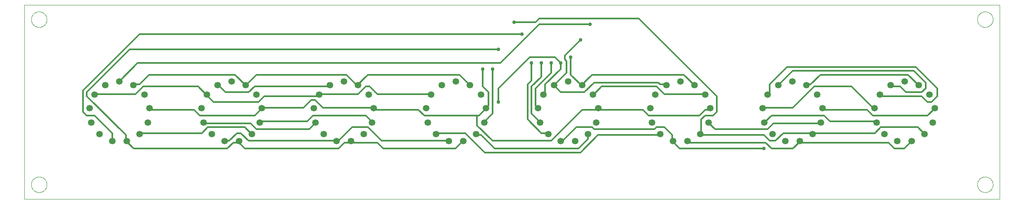
<source format=gtl>
G75*
%MOIN*%
%OFA0B0*%
%FSLAX25Y25*%
%IPPOS*%
%LPD*%
%AMOC8*
5,1,8,0,0,1.08239X$1,22.5*
%
%ADD10C,0.00000*%
%ADD11C,0.05307*%
%ADD12C,0.01181*%
%ADD13C,0.02978*%
D10*
X0001000Y0001000D02*
X0001000Y0158480D01*
X0788402Y0158480D01*
X0788402Y0001000D01*
X0001000Y0001000D01*
X0006512Y0012811D02*
X0006514Y0012969D01*
X0006520Y0013127D01*
X0006530Y0013285D01*
X0006544Y0013443D01*
X0006562Y0013600D01*
X0006583Y0013757D01*
X0006609Y0013913D01*
X0006639Y0014069D01*
X0006672Y0014224D01*
X0006710Y0014377D01*
X0006751Y0014530D01*
X0006796Y0014682D01*
X0006845Y0014833D01*
X0006898Y0014982D01*
X0006954Y0015130D01*
X0007014Y0015276D01*
X0007078Y0015421D01*
X0007146Y0015564D01*
X0007217Y0015706D01*
X0007291Y0015846D01*
X0007369Y0015983D01*
X0007451Y0016119D01*
X0007535Y0016253D01*
X0007624Y0016384D01*
X0007715Y0016513D01*
X0007810Y0016640D01*
X0007907Y0016765D01*
X0008008Y0016887D01*
X0008112Y0017006D01*
X0008219Y0017123D01*
X0008329Y0017237D01*
X0008442Y0017348D01*
X0008557Y0017457D01*
X0008675Y0017562D01*
X0008796Y0017664D01*
X0008919Y0017764D01*
X0009045Y0017860D01*
X0009173Y0017953D01*
X0009303Y0018043D01*
X0009436Y0018129D01*
X0009571Y0018213D01*
X0009707Y0018292D01*
X0009846Y0018369D01*
X0009987Y0018441D01*
X0010129Y0018511D01*
X0010273Y0018576D01*
X0010419Y0018638D01*
X0010566Y0018696D01*
X0010715Y0018751D01*
X0010865Y0018802D01*
X0011016Y0018849D01*
X0011168Y0018892D01*
X0011321Y0018931D01*
X0011476Y0018967D01*
X0011631Y0018998D01*
X0011787Y0019026D01*
X0011943Y0019050D01*
X0012100Y0019070D01*
X0012258Y0019086D01*
X0012415Y0019098D01*
X0012574Y0019106D01*
X0012732Y0019110D01*
X0012890Y0019110D01*
X0013048Y0019106D01*
X0013207Y0019098D01*
X0013364Y0019086D01*
X0013522Y0019070D01*
X0013679Y0019050D01*
X0013835Y0019026D01*
X0013991Y0018998D01*
X0014146Y0018967D01*
X0014301Y0018931D01*
X0014454Y0018892D01*
X0014606Y0018849D01*
X0014757Y0018802D01*
X0014907Y0018751D01*
X0015056Y0018696D01*
X0015203Y0018638D01*
X0015349Y0018576D01*
X0015493Y0018511D01*
X0015635Y0018441D01*
X0015776Y0018369D01*
X0015915Y0018292D01*
X0016051Y0018213D01*
X0016186Y0018129D01*
X0016319Y0018043D01*
X0016449Y0017953D01*
X0016577Y0017860D01*
X0016703Y0017764D01*
X0016826Y0017664D01*
X0016947Y0017562D01*
X0017065Y0017457D01*
X0017180Y0017348D01*
X0017293Y0017237D01*
X0017403Y0017123D01*
X0017510Y0017006D01*
X0017614Y0016887D01*
X0017715Y0016765D01*
X0017812Y0016640D01*
X0017907Y0016513D01*
X0017998Y0016384D01*
X0018087Y0016253D01*
X0018171Y0016119D01*
X0018253Y0015983D01*
X0018331Y0015846D01*
X0018405Y0015706D01*
X0018476Y0015564D01*
X0018544Y0015421D01*
X0018608Y0015276D01*
X0018668Y0015130D01*
X0018724Y0014982D01*
X0018777Y0014833D01*
X0018826Y0014682D01*
X0018871Y0014530D01*
X0018912Y0014377D01*
X0018950Y0014224D01*
X0018983Y0014069D01*
X0019013Y0013913D01*
X0019039Y0013757D01*
X0019060Y0013600D01*
X0019078Y0013443D01*
X0019092Y0013285D01*
X0019102Y0013127D01*
X0019108Y0012969D01*
X0019110Y0012811D01*
X0019108Y0012653D01*
X0019102Y0012495D01*
X0019092Y0012337D01*
X0019078Y0012179D01*
X0019060Y0012022D01*
X0019039Y0011865D01*
X0019013Y0011709D01*
X0018983Y0011553D01*
X0018950Y0011398D01*
X0018912Y0011245D01*
X0018871Y0011092D01*
X0018826Y0010940D01*
X0018777Y0010789D01*
X0018724Y0010640D01*
X0018668Y0010492D01*
X0018608Y0010346D01*
X0018544Y0010201D01*
X0018476Y0010058D01*
X0018405Y0009916D01*
X0018331Y0009776D01*
X0018253Y0009639D01*
X0018171Y0009503D01*
X0018087Y0009369D01*
X0017998Y0009238D01*
X0017907Y0009109D01*
X0017812Y0008982D01*
X0017715Y0008857D01*
X0017614Y0008735D01*
X0017510Y0008616D01*
X0017403Y0008499D01*
X0017293Y0008385D01*
X0017180Y0008274D01*
X0017065Y0008165D01*
X0016947Y0008060D01*
X0016826Y0007958D01*
X0016703Y0007858D01*
X0016577Y0007762D01*
X0016449Y0007669D01*
X0016319Y0007579D01*
X0016186Y0007493D01*
X0016051Y0007409D01*
X0015915Y0007330D01*
X0015776Y0007253D01*
X0015635Y0007181D01*
X0015493Y0007111D01*
X0015349Y0007046D01*
X0015203Y0006984D01*
X0015056Y0006926D01*
X0014907Y0006871D01*
X0014757Y0006820D01*
X0014606Y0006773D01*
X0014454Y0006730D01*
X0014301Y0006691D01*
X0014146Y0006655D01*
X0013991Y0006624D01*
X0013835Y0006596D01*
X0013679Y0006572D01*
X0013522Y0006552D01*
X0013364Y0006536D01*
X0013207Y0006524D01*
X0013048Y0006516D01*
X0012890Y0006512D01*
X0012732Y0006512D01*
X0012574Y0006516D01*
X0012415Y0006524D01*
X0012258Y0006536D01*
X0012100Y0006552D01*
X0011943Y0006572D01*
X0011787Y0006596D01*
X0011631Y0006624D01*
X0011476Y0006655D01*
X0011321Y0006691D01*
X0011168Y0006730D01*
X0011016Y0006773D01*
X0010865Y0006820D01*
X0010715Y0006871D01*
X0010566Y0006926D01*
X0010419Y0006984D01*
X0010273Y0007046D01*
X0010129Y0007111D01*
X0009987Y0007181D01*
X0009846Y0007253D01*
X0009707Y0007330D01*
X0009571Y0007409D01*
X0009436Y0007493D01*
X0009303Y0007579D01*
X0009173Y0007669D01*
X0009045Y0007762D01*
X0008919Y0007858D01*
X0008796Y0007958D01*
X0008675Y0008060D01*
X0008557Y0008165D01*
X0008442Y0008274D01*
X0008329Y0008385D01*
X0008219Y0008499D01*
X0008112Y0008616D01*
X0008008Y0008735D01*
X0007907Y0008857D01*
X0007810Y0008982D01*
X0007715Y0009109D01*
X0007624Y0009238D01*
X0007535Y0009369D01*
X0007451Y0009503D01*
X0007369Y0009639D01*
X0007291Y0009776D01*
X0007217Y0009916D01*
X0007146Y0010058D01*
X0007078Y0010201D01*
X0007014Y0010346D01*
X0006954Y0010492D01*
X0006898Y0010640D01*
X0006845Y0010789D01*
X0006796Y0010940D01*
X0006751Y0011092D01*
X0006710Y0011245D01*
X0006672Y0011398D01*
X0006639Y0011553D01*
X0006609Y0011709D01*
X0006583Y0011865D01*
X0006562Y0012022D01*
X0006544Y0012179D01*
X0006530Y0012337D01*
X0006520Y0012495D01*
X0006514Y0012653D01*
X0006512Y0012811D01*
X0006512Y0146669D02*
X0006514Y0146827D01*
X0006520Y0146985D01*
X0006530Y0147143D01*
X0006544Y0147301D01*
X0006562Y0147458D01*
X0006583Y0147615D01*
X0006609Y0147771D01*
X0006639Y0147927D01*
X0006672Y0148082D01*
X0006710Y0148235D01*
X0006751Y0148388D01*
X0006796Y0148540D01*
X0006845Y0148691D01*
X0006898Y0148840D01*
X0006954Y0148988D01*
X0007014Y0149134D01*
X0007078Y0149279D01*
X0007146Y0149422D01*
X0007217Y0149564D01*
X0007291Y0149704D01*
X0007369Y0149841D01*
X0007451Y0149977D01*
X0007535Y0150111D01*
X0007624Y0150242D01*
X0007715Y0150371D01*
X0007810Y0150498D01*
X0007907Y0150623D01*
X0008008Y0150745D01*
X0008112Y0150864D01*
X0008219Y0150981D01*
X0008329Y0151095D01*
X0008442Y0151206D01*
X0008557Y0151315D01*
X0008675Y0151420D01*
X0008796Y0151522D01*
X0008919Y0151622D01*
X0009045Y0151718D01*
X0009173Y0151811D01*
X0009303Y0151901D01*
X0009436Y0151987D01*
X0009571Y0152071D01*
X0009707Y0152150D01*
X0009846Y0152227D01*
X0009987Y0152299D01*
X0010129Y0152369D01*
X0010273Y0152434D01*
X0010419Y0152496D01*
X0010566Y0152554D01*
X0010715Y0152609D01*
X0010865Y0152660D01*
X0011016Y0152707D01*
X0011168Y0152750D01*
X0011321Y0152789D01*
X0011476Y0152825D01*
X0011631Y0152856D01*
X0011787Y0152884D01*
X0011943Y0152908D01*
X0012100Y0152928D01*
X0012258Y0152944D01*
X0012415Y0152956D01*
X0012574Y0152964D01*
X0012732Y0152968D01*
X0012890Y0152968D01*
X0013048Y0152964D01*
X0013207Y0152956D01*
X0013364Y0152944D01*
X0013522Y0152928D01*
X0013679Y0152908D01*
X0013835Y0152884D01*
X0013991Y0152856D01*
X0014146Y0152825D01*
X0014301Y0152789D01*
X0014454Y0152750D01*
X0014606Y0152707D01*
X0014757Y0152660D01*
X0014907Y0152609D01*
X0015056Y0152554D01*
X0015203Y0152496D01*
X0015349Y0152434D01*
X0015493Y0152369D01*
X0015635Y0152299D01*
X0015776Y0152227D01*
X0015915Y0152150D01*
X0016051Y0152071D01*
X0016186Y0151987D01*
X0016319Y0151901D01*
X0016449Y0151811D01*
X0016577Y0151718D01*
X0016703Y0151622D01*
X0016826Y0151522D01*
X0016947Y0151420D01*
X0017065Y0151315D01*
X0017180Y0151206D01*
X0017293Y0151095D01*
X0017403Y0150981D01*
X0017510Y0150864D01*
X0017614Y0150745D01*
X0017715Y0150623D01*
X0017812Y0150498D01*
X0017907Y0150371D01*
X0017998Y0150242D01*
X0018087Y0150111D01*
X0018171Y0149977D01*
X0018253Y0149841D01*
X0018331Y0149704D01*
X0018405Y0149564D01*
X0018476Y0149422D01*
X0018544Y0149279D01*
X0018608Y0149134D01*
X0018668Y0148988D01*
X0018724Y0148840D01*
X0018777Y0148691D01*
X0018826Y0148540D01*
X0018871Y0148388D01*
X0018912Y0148235D01*
X0018950Y0148082D01*
X0018983Y0147927D01*
X0019013Y0147771D01*
X0019039Y0147615D01*
X0019060Y0147458D01*
X0019078Y0147301D01*
X0019092Y0147143D01*
X0019102Y0146985D01*
X0019108Y0146827D01*
X0019110Y0146669D01*
X0019108Y0146511D01*
X0019102Y0146353D01*
X0019092Y0146195D01*
X0019078Y0146037D01*
X0019060Y0145880D01*
X0019039Y0145723D01*
X0019013Y0145567D01*
X0018983Y0145411D01*
X0018950Y0145256D01*
X0018912Y0145103D01*
X0018871Y0144950D01*
X0018826Y0144798D01*
X0018777Y0144647D01*
X0018724Y0144498D01*
X0018668Y0144350D01*
X0018608Y0144204D01*
X0018544Y0144059D01*
X0018476Y0143916D01*
X0018405Y0143774D01*
X0018331Y0143634D01*
X0018253Y0143497D01*
X0018171Y0143361D01*
X0018087Y0143227D01*
X0017998Y0143096D01*
X0017907Y0142967D01*
X0017812Y0142840D01*
X0017715Y0142715D01*
X0017614Y0142593D01*
X0017510Y0142474D01*
X0017403Y0142357D01*
X0017293Y0142243D01*
X0017180Y0142132D01*
X0017065Y0142023D01*
X0016947Y0141918D01*
X0016826Y0141816D01*
X0016703Y0141716D01*
X0016577Y0141620D01*
X0016449Y0141527D01*
X0016319Y0141437D01*
X0016186Y0141351D01*
X0016051Y0141267D01*
X0015915Y0141188D01*
X0015776Y0141111D01*
X0015635Y0141039D01*
X0015493Y0140969D01*
X0015349Y0140904D01*
X0015203Y0140842D01*
X0015056Y0140784D01*
X0014907Y0140729D01*
X0014757Y0140678D01*
X0014606Y0140631D01*
X0014454Y0140588D01*
X0014301Y0140549D01*
X0014146Y0140513D01*
X0013991Y0140482D01*
X0013835Y0140454D01*
X0013679Y0140430D01*
X0013522Y0140410D01*
X0013364Y0140394D01*
X0013207Y0140382D01*
X0013048Y0140374D01*
X0012890Y0140370D01*
X0012732Y0140370D01*
X0012574Y0140374D01*
X0012415Y0140382D01*
X0012258Y0140394D01*
X0012100Y0140410D01*
X0011943Y0140430D01*
X0011787Y0140454D01*
X0011631Y0140482D01*
X0011476Y0140513D01*
X0011321Y0140549D01*
X0011168Y0140588D01*
X0011016Y0140631D01*
X0010865Y0140678D01*
X0010715Y0140729D01*
X0010566Y0140784D01*
X0010419Y0140842D01*
X0010273Y0140904D01*
X0010129Y0140969D01*
X0009987Y0141039D01*
X0009846Y0141111D01*
X0009707Y0141188D01*
X0009571Y0141267D01*
X0009436Y0141351D01*
X0009303Y0141437D01*
X0009173Y0141527D01*
X0009045Y0141620D01*
X0008919Y0141716D01*
X0008796Y0141816D01*
X0008675Y0141918D01*
X0008557Y0142023D01*
X0008442Y0142132D01*
X0008329Y0142243D01*
X0008219Y0142357D01*
X0008112Y0142474D01*
X0008008Y0142593D01*
X0007907Y0142715D01*
X0007810Y0142840D01*
X0007715Y0142967D01*
X0007624Y0143096D01*
X0007535Y0143227D01*
X0007451Y0143361D01*
X0007369Y0143497D01*
X0007291Y0143634D01*
X0007217Y0143774D01*
X0007146Y0143916D01*
X0007078Y0144059D01*
X0007014Y0144204D01*
X0006954Y0144350D01*
X0006898Y0144498D01*
X0006845Y0144647D01*
X0006796Y0144798D01*
X0006751Y0144950D01*
X0006710Y0145103D01*
X0006672Y0145256D01*
X0006639Y0145411D01*
X0006609Y0145567D01*
X0006583Y0145723D01*
X0006562Y0145880D01*
X0006544Y0146037D01*
X0006530Y0146195D01*
X0006520Y0146353D01*
X0006514Y0146511D01*
X0006512Y0146669D01*
X0770292Y0146669D02*
X0770294Y0146827D01*
X0770300Y0146985D01*
X0770310Y0147143D01*
X0770324Y0147301D01*
X0770342Y0147458D01*
X0770363Y0147615D01*
X0770389Y0147771D01*
X0770419Y0147927D01*
X0770452Y0148082D01*
X0770490Y0148235D01*
X0770531Y0148388D01*
X0770576Y0148540D01*
X0770625Y0148691D01*
X0770678Y0148840D01*
X0770734Y0148988D01*
X0770794Y0149134D01*
X0770858Y0149279D01*
X0770926Y0149422D01*
X0770997Y0149564D01*
X0771071Y0149704D01*
X0771149Y0149841D01*
X0771231Y0149977D01*
X0771315Y0150111D01*
X0771404Y0150242D01*
X0771495Y0150371D01*
X0771590Y0150498D01*
X0771687Y0150623D01*
X0771788Y0150745D01*
X0771892Y0150864D01*
X0771999Y0150981D01*
X0772109Y0151095D01*
X0772222Y0151206D01*
X0772337Y0151315D01*
X0772455Y0151420D01*
X0772576Y0151522D01*
X0772699Y0151622D01*
X0772825Y0151718D01*
X0772953Y0151811D01*
X0773083Y0151901D01*
X0773216Y0151987D01*
X0773351Y0152071D01*
X0773487Y0152150D01*
X0773626Y0152227D01*
X0773767Y0152299D01*
X0773909Y0152369D01*
X0774053Y0152434D01*
X0774199Y0152496D01*
X0774346Y0152554D01*
X0774495Y0152609D01*
X0774645Y0152660D01*
X0774796Y0152707D01*
X0774948Y0152750D01*
X0775101Y0152789D01*
X0775256Y0152825D01*
X0775411Y0152856D01*
X0775567Y0152884D01*
X0775723Y0152908D01*
X0775880Y0152928D01*
X0776038Y0152944D01*
X0776195Y0152956D01*
X0776354Y0152964D01*
X0776512Y0152968D01*
X0776670Y0152968D01*
X0776828Y0152964D01*
X0776987Y0152956D01*
X0777144Y0152944D01*
X0777302Y0152928D01*
X0777459Y0152908D01*
X0777615Y0152884D01*
X0777771Y0152856D01*
X0777926Y0152825D01*
X0778081Y0152789D01*
X0778234Y0152750D01*
X0778386Y0152707D01*
X0778537Y0152660D01*
X0778687Y0152609D01*
X0778836Y0152554D01*
X0778983Y0152496D01*
X0779129Y0152434D01*
X0779273Y0152369D01*
X0779415Y0152299D01*
X0779556Y0152227D01*
X0779695Y0152150D01*
X0779831Y0152071D01*
X0779966Y0151987D01*
X0780099Y0151901D01*
X0780229Y0151811D01*
X0780357Y0151718D01*
X0780483Y0151622D01*
X0780606Y0151522D01*
X0780727Y0151420D01*
X0780845Y0151315D01*
X0780960Y0151206D01*
X0781073Y0151095D01*
X0781183Y0150981D01*
X0781290Y0150864D01*
X0781394Y0150745D01*
X0781495Y0150623D01*
X0781592Y0150498D01*
X0781687Y0150371D01*
X0781778Y0150242D01*
X0781867Y0150111D01*
X0781951Y0149977D01*
X0782033Y0149841D01*
X0782111Y0149704D01*
X0782185Y0149564D01*
X0782256Y0149422D01*
X0782324Y0149279D01*
X0782388Y0149134D01*
X0782448Y0148988D01*
X0782504Y0148840D01*
X0782557Y0148691D01*
X0782606Y0148540D01*
X0782651Y0148388D01*
X0782692Y0148235D01*
X0782730Y0148082D01*
X0782763Y0147927D01*
X0782793Y0147771D01*
X0782819Y0147615D01*
X0782840Y0147458D01*
X0782858Y0147301D01*
X0782872Y0147143D01*
X0782882Y0146985D01*
X0782888Y0146827D01*
X0782890Y0146669D01*
X0782888Y0146511D01*
X0782882Y0146353D01*
X0782872Y0146195D01*
X0782858Y0146037D01*
X0782840Y0145880D01*
X0782819Y0145723D01*
X0782793Y0145567D01*
X0782763Y0145411D01*
X0782730Y0145256D01*
X0782692Y0145103D01*
X0782651Y0144950D01*
X0782606Y0144798D01*
X0782557Y0144647D01*
X0782504Y0144498D01*
X0782448Y0144350D01*
X0782388Y0144204D01*
X0782324Y0144059D01*
X0782256Y0143916D01*
X0782185Y0143774D01*
X0782111Y0143634D01*
X0782033Y0143497D01*
X0781951Y0143361D01*
X0781867Y0143227D01*
X0781778Y0143096D01*
X0781687Y0142967D01*
X0781592Y0142840D01*
X0781495Y0142715D01*
X0781394Y0142593D01*
X0781290Y0142474D01*
X0781183Y0142357D01*
X0781073Y0142243D01*
X0780960Y0142132D01*
X0780845Y0142023D01*
X0780727Y0141918D01*
X0780606Y0141816D01*
X0780483Y0141716D01*
X0780357Y0141620D01*
X0780229Y0141527D01*
X0780099Y0141437D01*
X0779966Y0141351D01*
X0779831Y0141267D01*
X0779695Y0141188D01*
X0779556Y0141111D01*
X0779415Y0141039D01*
X0779273Y0140969D01*
X0779129Y0140904D01*
X0778983Y0140842D01*
X0778836Y0140784D01*
X0778687Y0140729D01*
X0778537Y0140678D01*
X0778386Y0140631D01*
X0778234Y0140588D01*
X0778081Y0140549D01*
X0777926Y0140513D01*
X0777771Y0140482D01*
X0777615Y0140454D01*
X0777459Y0140430D01*
X0777302Y0140410D01*
X0777144Y0140394D01*
X0776987Y0140382D01*
X0776828Y0140374D01*
X0776670Y0140370D01*
X0776512Y0140370D01*
X0776354Y0140374D01*
X0776195Y0140382D01*
X0776038Y0140394D01*
X0775880Y0140410D01*
X0775723Y0140430D01*
X0775567Y0140454D01*
X0775411Y0140482D01*
X0775256Y0140513D01*
X0775101Y0140549D01*
X0774948Y0140588D01*
X0774796Y0140631D01*
X0774645Y0140678D01*
X0774495Y0140729D01*
X0774346Y0140784D01*
X0774199Y0140842D01*
X0774053Y0140904D01*
X0773909Y0140969D01*
X0773767Y0141039D01*
X0773626Y0141111D01*
X0773487Y0141188D01*
X0773351Y0141267D01*
X0773216Y0141351D01*
X0773083Y0141437D01*
X0772953Y0141527D01*
X0772825Y0141620D01*
X0772699Y0141716D01*
X0772576Y0141816D01*
X0772455Y0141918D01*
X0772337Y0142023D01*
X0772222Y0142132D01*
X0772109Y0142243D01*
X0771999Y0142357D01*
X0771892Y0142474D01*
X0771788Y0142593D01*
X0771687Y0142715D01*
X0771590Y0142840D01*
X0771495Y0142967D01*
X0771404Y0143096D01*
X0771315Y0143227D01*
X0771231Y0143361D01*
X0771149Y0143497D01*
X0771071Y0143634D01*
X0770997Y0143774D01*
X0770926Y0143916D01*
X0770858Y0144059D01*
X0770794Y0144204D01*
X0770734Y0144350D01*
X0770678Y0144498D01*
X0770625Y0144647D01*
X0770576Y0144798D01*
X0770531Y0144950D01*
X0770490Y0145103D01*
X0770452Y0145256D01*
X0770419Y0145411D01*
X0770389Y0145567D01*
X0770363Y0145723D01*
X0770342Y0145880D01*
X0770324Y0146037D01*
X0770310Y0146195D01*
X0770300Y0146353D01*
X0770294Y0146511D01*
X0770292Y0146669D01*
X0770292Y0012811D02*
X0770294Y0012969D01*
X0770300Y0013127D01*
X0770310Y0013285D01*
X0770324Y0013443D01*
X0770342Y0013600D01*
X0770363Y0013757D01*
X0770389Y0013913D01*
X0770419Y0014069D01*
X0770452Y0014224D01*
X0770490Y0014377D01*
X0770531Y0014530D01*
X0770576Y0014682D01*
X0770625Y0014833D01*
X0770678Y0014982D01*
X0770734Y0015130D01*
X0770794Y0015276D01*
X0770858Y0015421D01*
X0770926Y0015564D01*
X0770997Y0015706D01*
X0771071Y0015846D01*
X0771149Y0015983D01*
X0771231Y0016119D01*
X0771315Y0016253D01*
X0771404Y0016384D01*
X0771495Y0016513D01*
X0771590Y0016640D01*
X0771687Y0016765D01*
X0771788Y0016887D01*
X0771892Y0017006D01*
X0771999Y0017123D01*
X0772109Y0017237D01*
X0772222Y0017348D01*
X0772337Y0017457D01*
X0772455Y0017562D01*
X0772576Y0017664D01*
X0772699Y0017764D01*
X0772825Y0017860D01*
X0772953Y0017953D01*
X0773083Y0018043D01*
X0773216Y0018129D01*
X0773351Y0018213D01*
X0773487Y0018292D01*
X0773626Y0018369D01*
X0773767Y0018441D01*
X0773909Y0018511D01*
X0774053Y0018576D01*
X0774199Y0018638D01*
X0774346Y0018696D01*
X0774495Y0018751D01*
X0774645Y0018802D01*
X0774796Y0018849D01*
X0774948Y0018892D01*
X0775101Y0018931D01*
X0775256Y0018967D01*
X0775411Y0018998D01*
X0775567Y0019026D01*
X0775723Y0019050D01*
X0775880Y0019070D01*
X0776038Y0019086D01*
X0776195Y0019098D01*
X0776354Y0019106D01*
X0776512Y0019110D01*
X0776670Y0019110D01*
X0776828Y0019106D01*
X0776987Y0019098D01*
X0777144Y0019086D01*
X0777302Y0019070D01*
X0777459Y0019050D01*
X0777615Y0019026D01*
X0777771Y0018998D01*
X0777926Y0018967D01*
X0778081Y0018931D01*
X0778234Y0018892D01*
X0778386Y0018849D01*
X0778537Y0018802D01*
X0778687Y0018751D01*
X0778836Y0018696D01*
X0778983Y0018638D01*
X0779129Y0018576D01*
X0779273Y0018511D01*
X0779415Y0018441D01*
X0779556Y0018369D01*
X0779695Y0018292D01*
X0779831Y0018213D01*
X0779966Y0018129D01*
X0780099Y0018043D01*
X0780229Y0017953D01*
X0780357Y0017860D01*
X0780483Y0017764D01*
X0780606Y0017664D01*
X0780727Y0017562D01*
X0780845Y0017457D01*
X0780960Y0017348D01*
X0781073Y0017237D01*
X0781183Y0017123D01*
X0781290Y0017006D01*
X0781394Y0016887D01*
X0781495Y0016765D01*
X0781592Y0016640D01*
X0781687Y0016513D01*
X0781778Y0016384D01*
X0781867Y0016253D01*
X0781951Y0016119D01*
X0782033Y0015983D01*
X0782111Y0015846D01*
X0782185Y0015706D01*
X0782256Y0015564D01*
X0782324Y0015421D01*
X0782388Y0015276D01*
X0782448Y0015130D01*
X0782504Y0014982D01*
X0782557Y0014833D01*
X0782606Y0014682D01*
X0782651Y0014530D01*
X0782692Y0014377D01*
X0782730Y0014224D01*
X0782763Y0014069D01*
X0782793Y0013913D01*
X0782819Y0013757D01*
X0782840Y0013600D01*
X0782858Y0013443D01*
X0782872Y0013285D01*
X0782882Y0013127D01*
X0782888Y0012969D01*
X0782890Y0012811D01*
X0782888Y0012653D01*
X0782882Y0012495D01*
X0782872Y0012337D01*
X0782858Y0012179D01*
X0782840Y0012022D01*
X0782819Y0011865D01*
X0782793Y0011709D01*
X0782763Y0011553D01*
X0782730Y0011398D01*
X0782692Y0011245D01*
X0782651Y0011092D01*
X0782606Y0010940D01*
X0782557Y0010789D01*
X0782504Y0010640D01*
X0782448Y0010492D01*
X0782388Y0010346D01*
X0782324Y0010201D01*
X0782256Y0010058D01*
X0782185Y0009916D01*
X0782111Y0009776D01*
X0782033Y0009639D01*
X0781951Y0009503D01*
X0781867Y0009369D01*
X0781778Y0009238D01*
X0781687Y0009109D01*
X0781592Y0008982D01*
X0781495Y0008857D01*
X0781394Y0008735D01*
X0781290Y0008616D01*
X0781183Y0008499D01*
X0781073Y0008385D01*
X0780960Y0008274D01*
X0780845Y0008165D01*
X0780727Y0008060D01*
X0780606Y0007958D01*
X0780483Y0007858D01*
X0780357Y0007762D01*
X0780229Y0007669D01*
X0780099Y0007579D01*
X0779966Y0007493D01*
X0779831Y0007409D01*
X0779695Y0007330D01*
X0779556Y0007253D01*
X0779415Y0007181D01*
X0779273Y0007111D01*
X0779129Y0007046D01*
X0778983Y0006984D01*
X0778836Y0006926D01*
X0778687Y0006871D01*
X0778537Y0006820D01*
X0778386Y0006773D01*
X0778234Y0006730D01*
X0778081Y0006691D01*
X0777926Y0006655D01*
X0777771Y0006624D01*
X0777615Y0006596D01*
X0777459Y0006572D01*
X0777302Y0006552D01*
X0777144Y0006536D01*
X0776987Y0006524D01*
X0776828Y0006516D01*
X0776670Y0006512D01*
X0776512Y0006512D01*
X0776354Y0006516D01*
X0776195Y0006524D01*
X0776038Y0006536D01*
X0775880Y0006552D01*
X0775723Y0006572D01*
X0775567Y0006596D01*
X0775411Y0006624D01*
X0775256Y0006655D01*
X0775101Y0006691D01*
X0774948Y0006730D01*
X0774796Y0006773D01*
X0774645Y0006820D01*
X0774495Y0006871D01*
X0774346Y0006926D01*
X0774199Y0006984D01*
X0774053Y0007046D01*
X0773909Y0007111D01*
X0773767Y0007181D01*
X0773626Y0007253D01*
X0773487Y0007330D01*
X0773351Y0007409D01*
X0773216Y0007493D01*
X0773083Y0007579D01*
X0772953Y0007669D01*
X0772825Y0007762D01*
X0772699Y0007858D01*
X0772576Y0007958D01*
X0772455Y0008060D01*
X0772337Y0008165D01*
X0772222Y0008274D01*
X0772109Y0008385D01*
X0771999Y0008499D01*
X0771892Y0008616D01*
X0771788Y0008735D01*
X0771687Y0008857D01*
X0771590Y0008982D01*
X0771495Y0009109D01*
X0771404Y0009238D01*
X0771315Y0009369D01*
X0771231Y0009503D01*
X0771149Y0009639D01*
X0771071Y0009776D01*
X0770997Y0009916D01*
X0770926Y0010058D01*
X0770858Y0010201D01*
X0770794Y0010346D01*
X0770734Y0010492D01*
X0770678Y0010640D01*
X0770625Y0010789D01*
X0770576Y0010940D01*
X0770531Y0011092D01*
X0770490Y0011245D01*
X0770452Y0011398D01*
X0770419Y0011553D01*
X0770389Y0011709D01*
X0770363Y0011865D01*
X0770342Y0012022D01*
X0770324Y0012179D01*
X0770310Y0012337D01*
X0770300Y0012495D01*
X0770294Y0012653D01*
X0770292Y0012811D01*
D11*
X0717462Y0048204D03*
X0705798Y0048204D03*
X0695470Y0053625D03*
X0727790Y0053625D03*
X0734416Y0063224D03*
X0688844Y0063224D03*
X0643865Y0063224D03*
X0637239Y0053625D03*
X0626911Y0048204D03*
X0615247Y0048204D03*
X0604919Y0053625D03*
X0598293Y0063224D03*
X0553314Y0063224D03*
X0546688Y0053625D03*
X0536359Y0048204D03*
X0524696Y0048204D03*
X0514367Y0053625D03*
X0507741Y0063224D03*
X0462763Y0063224D03*
X0456137Y0053625D03*
X0445808Y0048204D03*
X0434144Y0048204D03*
X0423816Y0053625D03*
X0417190Y0063224D03*
X0372211Y0063224D03*
X0365585Y0053625D03*
X0355257Y0048204D03*
X0343593Y0048204D03*
X0333265Y0053625D03*
X0326639Y0063224D03*
X0281660Y0063224D03*
X0275034Y0053625D03*
X0264706Y0048204D03*
X0253042Y0048204D03*
X0242714Y0053625D03*
X0236088Y0063224D03*
X0191109Y0063224D03*
X0184483Y0053625D03*
X0174155Y0048204D03*
X0162491Y0048204D03*
X0152163Y0053625D03*
X0145537Y0063224D03*
X0100558Y0063224D03*
X0093932Y0053625D03*
X0083604Y0048204D03*
X0071940Y0048204D03*
X0061611Y0053625D03*
X0054985Y0063224D03*
X0053580Y0074804D03*
X0101964Y0074804D03*
X0144131Y0074804D03*
X0192515Y0074804D03*
X0234682Y0074804D03*
X0283066Y0074804D03*
X0325233Y0074804D03*
X0373617Y0074804D03*
X0415784Y0074804D03*
X0464169Y0074804D03*
X0506335Y0074804D03*
X0554720Y0074804D03*
X0596887Y0074804D03*
X0645271Y0074804D03*
X0687438Y0074804D03*
X0735822Y0074804D03*
X0731686Y0085710D03*
X0722955Y0093444D03*
X0711630Y0096236D03*
X0700305Y0093444D03*
X0691574Y0085710D03*
X0641135Y0085710D03*
X0632404Y0093444D03*
X0621079Y0096236D03*
X0609754Y0093444D03*
X0601023Y0085710D03*
X0550583Y0085710D03*
X0541853Y0093444D03*
X0530528Y0096236D03*
X0519202Y0093444D03*
X0510472Y0085710D03*
X0460032Y0085710D03*
X0451302Y0093444D03*
X0439976Y0096236D03*
X0428651Y0093444D03*
X0419920Y0085710D03*
X0369481Y0085710D03*
X0360750Y0093444D03*
X0349425Y0096236D03*
X0338100Y0093444D03*
X0329369Y0085710D03*
X0278930Y0085710D03*
X0270199Y0093444D03*
X0258874Y0096236D03*
X0247549Y0093444D03*
X0238818Y0085710D03*
X0188379Y0085710D03*
X0179648Y0093444D03*
X0168323Y0096236D03*
X0156998Y0093444D03*
X0148267Y0085710D03*
X0097828Y0085710D03*
X0089097Y0093444D03*
X0077772Y0096236D03*
X0066446Y0093444D03*
X0057716Y0085710D03*
D12*
X0059268Y0086039D01*
X0090764Y0086039D01*
X0097063Y0092339D01*
X0141157Y0092339D01*
X0147457Y0086039D01*
X0148267Y0085710D01*
X0149031Y0084465D01*
X0153756Y0079740D01*
X0189976Y0079740D01*
X0194701Y0084465D01*
X0238795Y0084465D01*
X0238818Y0085710D01*
X0240370Y0086039D01*
X0270291Y0086039D01*
X0276591Y0092339D01*
X0279740Y0092339D01*
X0286039Y0086039D01*
X0328559Y0086039D01*
X0329369Y0085710D01*
X0352181Y0101787D02*
X0360055Y0093913D01*
X0360750Y0093444D01*
X0371079Y0092339D02*
X0375803Y0087614D01*
X0375803Y0076591D01*
X0374228Y0075016D01*
X0373617Y0074804D01*
X0372654Y0073441D01*
X0367929Y0068717D01*
X0366354Y0068717D01*
X0366354Y0060843D01*
X0378953Y0048244D01*
X0426197Y0048244D01*
X0451394Y0073441D01*
X0463992Y0073441D01*
X0464169Y0074804D01*
X0465567Y0073441D01*
X0500213Y0073441D01*
X0504937Y0068717D01*
X0545882Y0068717D01*
X0550606Y0073441D01*
X0553756Y0073441D01*
X0554720Y0074804D01*
X0560055Y0071866D02*
X0556906Y0068717D01*
X0550606Y0068717D01*
X0547457Y0065567D01*
X0547457Y0054543D01*
X0546688Y0053625D01*
X0547457Y0052969D01*
X0597850Y0052969D01*
X0602575Y0048244D01*
X0607299Y0048244D01*
X0613598Y0054543D01*
X0637220Y0054543D01*
X0637239Y0053625D01*
X0638795Y0054543D01*
X0687614Y0054543D01*
X0692339Y0059268D01*
X0722260Y0059268D01*
X0726984Y0054543D01*
X0727790Y0053625D01*
X0717462Y0048204D02*
X0715961Y0046669D01*
X0711236Y0041945D01*
X0703362Y0041945D01*
X0698638Y0046669D01*
X0627772Y0046669D01*
X0626911Y0048204D01*
X0626197Y0046669D01*
X0621472Y0041945D01*
X0604150Y0041945D01*
X0599425Y0046669D01*
X0536433Y0046669D01*
X0536359Y0048204D01*
X0530134Y0041945D02*
X0525409Y0046669D01*
X0524696Y0048204D01*
X0523835Y0048244D01*
X0523835Y0052969D01*
X0517535Y0059268D01*
X0511236Y0059268D01*
X0509661Y0057693D01*
X0460843Y0057693D01*
X0459268Y0059268D01*
X0446669Y0059268D01*
X0435646Y0048244D01*
X0434144Y0048204D01*
X0423816Y0053625D02*
X0423047Y0054543D01*
X0418323Y0054543D01*
X0407299Y0065567D01*
X0407299Y0093913D01*
X0410449Y0097063D01*
X0410449Y0111236D01*
X0418323Y0111236D02*
X0418323Y0100213D01*
X0410449Y0092339D01*
X0410449Y0070291D01*
X0416748Y0063992D01*
X0417190Y0063224D01*
X0378953Y0070291D02*
X0372654Y0063992D01*
X0372211Y0063224D01*
X0366354Y0068717D02*
X0323835Y0068717D01*
X0319110Y0073441D01*
X0284465Y0073441D01*
X0283066Y0074804D01*
X0282890Y0075016D01*
X0241945Y0075016D01*
X0235646Y0081315D01*
X0232496Y0081315D01*
X0226197Y0075016D01*
X0193126Y0075016D01*
X0192515Y0074804D01*
X0191551Y0073441D01*
X0186827Y0068717D01*
X0142732Y0068717D01*
X0138008Y0073441D01*
X0103362Y0073441D01*
X0101964Y0074804D01*
X0071866Y0054543D02*
X0057693Y0068717D01*
X0051394Y0068717D01*
X0048244Y0071866D01*
X0048244Y0089189D01*
X0093913Y0134858D01*
X0402575Y0134858D01*
X0416748Y0142732D02*
X0385252Y0111236D01*
X0092339Y0111236D01*
X0078165Y0097063D01*
X0077772Y0096236D01*
X0089189Y0093913D02*
X0089097Y0093444D01*
X0089189Y0093913D02*
X0093913Y0093913D01*
X0101787Y0101787D01*
X0171079Y0101787D01*
X0178953Y0093913D01*
X0179648Y0093444D01*
X0180528Y0093913D01*
X0188402Y0101787D01*
X0260843Y0101787D01*
X0268717Y0093913D01*
X0270199Y0093444D01*
X0270291Y0093913D01*
X0278165Y0101787D01*
X0352181Y0101787D01*
X0371079Y0106512D02*
X0371079Y0092339D01*
X0383677Y0090764D02*
X0408874Y0115961D01*
X0429346Y0115961D01*
X0434071Y0111236D01*
X0434071Y0106512D01*
X0421472Y0093913D01*
X0421472Y0086039D01*
X0419920Y0085710D01*
X0429346Y0092339D02*
X0434071Y0087614D01*
X0452969Y0087614D01*
X0460843Y0095488D01*
X0512811Y0095488D01*
X0514386Y0093913D01*
X0519110Y0093913D01*
X0519202Y0093444D01*
X0517535Y0086039D02*
X0511236Y0092339D01*
X0467142Y0092339D01*
X0460843Y0086039D01*
X0460032Y0085710D01*
X0429346Y0092339D02*
X0428651Y0093444D01*
X0429346Y0093913D01*
X0438795Y0103362D01*
X0438795Y0112811D01*
X0437220Y0114386D01*
X0437220Y0117535D01*
X0449819Y0130134D01*
X0457693Y0142732D02*
X0416748Y0142732D01*
X0413598Y0144307D02*
X0416748Y0147457D01*
X0497063Y0147457D01*
X0560055Y0084465D01*
X0560055Y0071866D01*
X0596887Y0074804D02*
X0597850Y0075016D01*
X0621472Y0075016D01*
X0638795Y0092339D01*
X0668717Y0092339D01*
X0686039Y0075016D01*
X0687438Y0074804D01*
X0686039Y0068717D02*
X0681315Y0073441D01*
X0646669Y0073441D01*
X0645271Y0074804D01*
X0646669Y0068717D02*
X0604150Y0068717D01*
X0599425Y0063992D01*
X0598293Y0063224D01*
X0601000Y0057693D02*
X0605724Y0062417D01*
X0643520Y0062417D01*
X0643865Y0063224D01*
X0646669Y0068717D02*
X0651394Y0063992D01*
X0687614Y0063992D01*
X0688844Y0063224D01*
X0686039Y0068717D02*
X0730134Y0068717D01*
X0734858Y0073441D01*
X0735822Y0074804D01*
X0733283Y0079740D02*
X0738008Y0084465D01*
X0738008Y0090764D01*
X0720685Y0108087D01*
X0616748Y0108087D01*
X0602575Y0093913D01*
X0602575Y0086039D01*
X0601023Y0085710D01*
X0609754Y0093444D02*
X0610449Y0093913D01*
X0621472Y0104937D01*
X0719110Y0104937D01*
X0728559Y0095488D01*
X0728559Y0090764D01*
X0725409Y0087614D01*
X0712811Y0087614D01*
X0708087Y0092339D01*
X0701787Y0092339D01*
X0700305Y0093444D01*
X0714386Y0101787D02*
X0722260Y0093913D01*
X0722955Y0093444D01*
X0714386Y0101787D02*
X0643520Y0101787D01*
X0635646Y0093913D01*
X0632496Y0093913D01*
X0632404Y0093444D01*
X0691574Y0085710D02*
X0692339Y0084465D01*
X0725409Y0084465D01*
X0730134Y0079740D01*
X0733283Y0079740D01*
X0601000Y0057693D02*
X0558480Y0057693D01*
X0553756Y0062417D01*
X0553314Y0063224D01*
X0514367Y0053625D02*
X0512811Y0052969D01*
X0463992Y0052969D01*
X0449819Y0038795D01*
X0372654Y0038795D01*
X0356906Y0054543D01*
X0333283Y0054543D01*
X0333265Y0053625D01*
X0342732Y0048244D02*
X0343593Y0048204D01*
X0342732Y0048244D02*
X0289189Y0048244D01*
X0278165Y0059268D01*
X0265567Y0059268D01*
X0254543Y0048244D01*
X0253042Y0048204D01*
X0252969Y0048244D01*
X0182102Y0048244D01*
X0175803Y0054543D01*
X0172654Y0054543D01*
X0166354Y0048244D01*
X0163205Y0048244D01*
X0162491Y0048204D01*
X0164780Y0041945D02*
X0169504Y0046669D01*
X0172654Y0046669D01*
X0174155Y0048204D01*
X0174228Y0046669D01*
X0178953Y0041945D01*
X0254543Y0041945D01*
X0259268Y0046669D01*
X0263992Y0046669D01*
X0264706Y0048204D01*
X0265567Y0046669D01*
X0286039Y0046669D01*
X0290764Y0041945D01*
X0349031Y0041945D01*
X0353756Y0046669D01*
X0355257Y0048204D01*
X0365585Y0053625D02*
X0366354Y0052969D01*
X0369504Y0052969D01*
X0380528Y0041945D01*
X0448244Y0041945D01*
X0456118Y0049819D01*
X0456118Y0052969D01*
X0456137Y0053625D01*
X0530134Y0041945D02*
X0597850Y0041945D01*
X0415784Y0074804D02*
X0415173Y0075016D01*
X0413598Y0076591D01*
X0413598Y0090764D01*
X0426197Y0103362D01*
X0426197Y0111236D01*
X0441945Y0115961D02*
X0441945Y0101787D01*
X0449819Y0093913D01*
X0451302Y0093444D01*
X0451394Y0093913D01*
X0459268Y0101787D01*
X0533283Y0101787D01*
X0541157Y0093913D01*
X0541853Y0093444D01*
X0549031Y0086039D02*
X0517535Y0086039D01*
X0549031Y0086039D02*
X0550583Y0085710D01*
X0383677Y0090764D02*
X0383677Y0079740D01*
X0378953Y0070291D02*
X0378953Y0106512D01*
X0383677Y0122260D02*
X0086039Y0122260D01*
X0051394Y0087614D01*
X0051394Y0084465D01*
X0082890Y0052969D01*
X0082890Y0048244D01*
X0083604Y0048204D01*
X0084465Y0046669D01*
X0089189Y0041945D01*
X0164780Y0041945D01*
X0183677Y0054543D02*
X0184483Y0053625D01*
X0183677Y0054543D02*
X0178953Y0059268D01*
X0149031Y0059268D01*
X0144307Y0054543D01*
X0095488Y0054543D01*
X0093932Y0053625D01*
X0071866Y0054543D02*
X0071866Y0048244D01*
X0071940Y0048204D01*
X0145537Y0063224D02*
X0145882Y0062417D01*
X0183677Y0062417D01*
X0188402Y0057693D01*
X0230921Y0057693D01*
X0235646Y0062417D01*
X0236088Y0063224D01*
X0234071Y0068717D02*
X0229346Y0063992D01*
X0191551Y0063992D01*
X0191109Y0063224D01*
X0234071Y0068717D02*
X0276591Y0068717D01*
X0281315Y0063992D01*
X0281660Y0063224D01*
X0186827Y0092339D02*
X0182102Y0087614D01*
X0163205Y0087614D01*
X0158480Y0092339D01*
X0156998Y0093444D01*
X0186827Y0092339D02*
X0246669Y0092339D01*
X0247549Y0093444D01*
X0396276Y0144307D02*
X0413598Y0144307D01*
D13*
X0396276Y0144307D03*
X0402575Y0134858D03*
X0449819Y0130134D03*
X0457693Y0142732D03*
X0383677Y0122260D03*
X0410449Y0111236D03*
X0418323Y0111236D03*
X0426197Y0111236D03*
X0434071Y0111236D03*
X0441945Y0115961D03*
X0378953Y0106512D03*
X0371079Y0106512D03*
X0383677Y0079740D03*
X0597850Y0041945D03*
M02*

</source>
